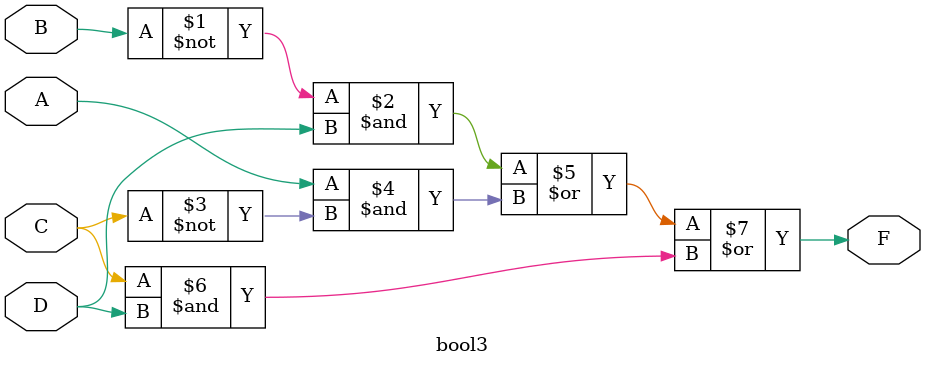
<source format=v>
module bool3(input A,input B,input C,input D,output F);

assign F = (~B&D)|(A&(~C))|(C&D);

endmodule

</source>
